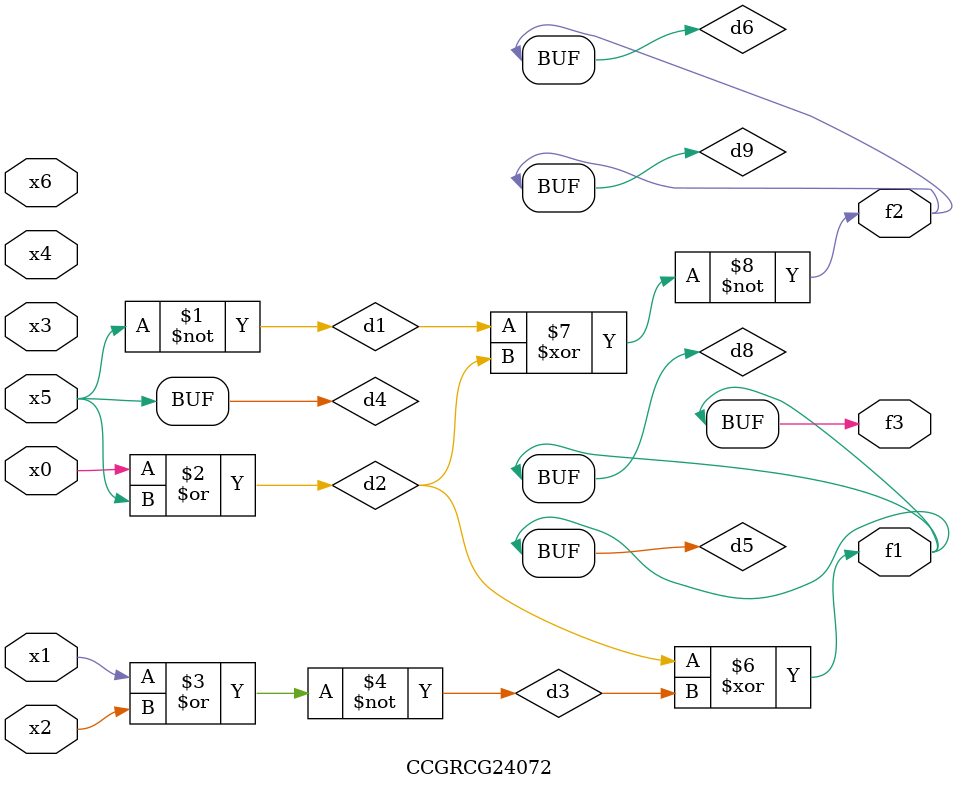
<source format=v>
module CCGRCG24072(
	input x0, x1, x2, x3, x4, x5, x6,
	output f1, f2, f3
);

	wire d1, d2, d3, d4, d5, d6, d7, d8, d9;

	nand (d1, x5);
	or (d2, x0, x5);
	nor (d3, x1, x2);
	xnor (d4, d1);
	xor (d5, d2, d3);
	xnor (d6, d1, d2);
	not (d7, x4);
	buf (d8, d5);
	xor (d9, d6);
	assign f1 = d8;
	assign f2 = d9;
	assign f3 = d8;
endmodule

</source>
